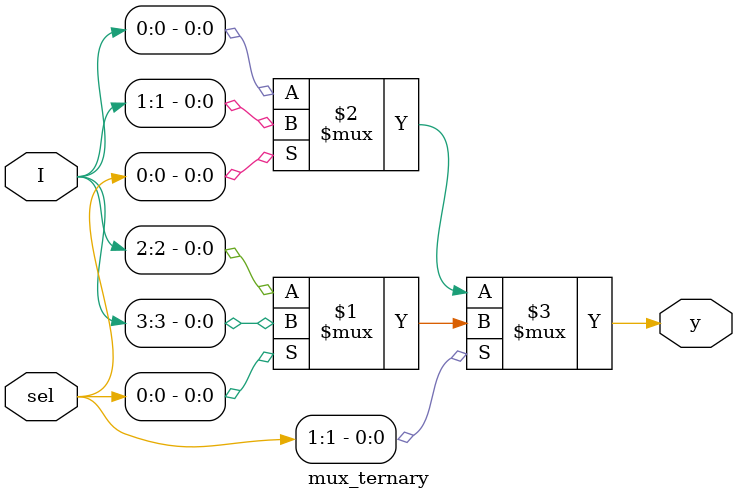
<source format=v>
`timescale 1ns / 1ps

//to implement 4:1 mux using ternary operator
module mux_ternary(
input [3:0]I,
input [1:0]sel,
output y
    );
    
assign y = (sel[1])?(sel[0]?I[3]:I[2]):(sel[0]?I[1]:I[0]);
endmodule

</source>
